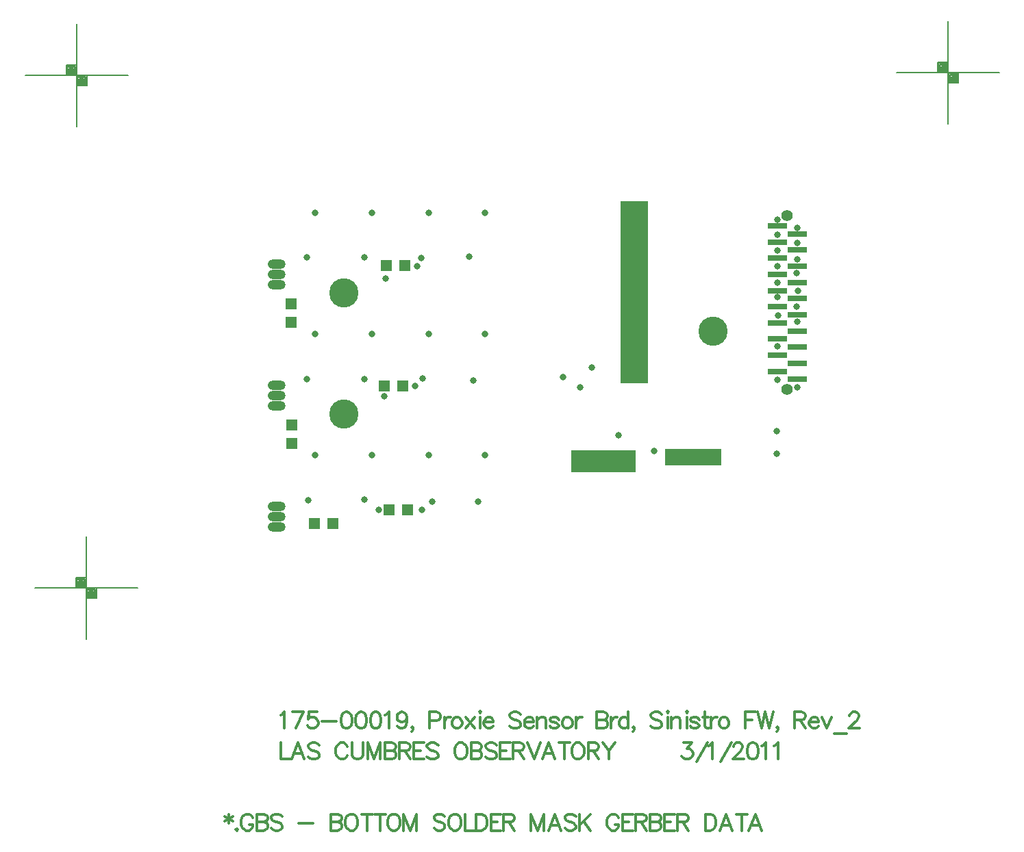
<source format=gbs>
%FSLAX23Y23*%
%MOIN*%
G70*
G01*
G75*
G04 Layer_Color=16711935*
%ADD10R,0.036X0.036*%
%ADD11R,0.048X0.078*%
%ADD12R,0.135X0.070*%
%ADD13C,0.010*%
%ADD14C,0.012*%
%ADD15C,0.008*%
%ADD16C,0.012*%
%ADD17C,0.012*%
%ADD18C,0.134*%
%ADD19C,0.047*%
%ADD20O,0.079X0.039*%
%ADD21O,0.079X0.039*%
%ADD22C,0.024*%
%ADD23C,0.040*%
%ADD24C,0.174*%
%ADD25C,0.087*%
%ADD26C,0.068*%
G04:AMPARAMS|DCode=27|XSize=87.559mil|YSize=87.559mil|CornerRadius=0mil|HoleSize=0mil|Usage=FLASHONLY|Rotation=0.000|XOffset=0mil|YOffset=0mil|HoleType=Round|Shape=Relief|Width=10mil|Gap=10mil|Entries=4|*
%AMTHD27*
7,0,0,0.088,0.068,0.010,45*
%
%ADD27THD27*%
G04:AMPARAMS|DCode=28|XSize=70mil|YSize=70mil|CornerRadius=0mil|HoleSize=0mil|Usage=FLASHONLY|Rotation=0.000|XOffset=0mil|YOffset=0mil|HoleType=Round|Shape=Relief|Width=10mil|Gap=10mil|Entries=4|*
%AMTHD28*
7,0,0,0.070,0.050,0.010,45*
%
%ADD28THD28*%
%ADD29C,0.050*%
%ADD30R,0.050X0.050*%
%ADD31R,0.050X0.050*%
%ADD32R,0.085X0.022*%
%ADD33C,0.025*%
%ADD34C,0.006*%
%ADD35C,0.007*%
%ADD36C,0.005*%
%ADD37R,0.122X0.163*%
%ADD38R,0.044X0.044*%
%ADD39R,0.056X0.086*%
%ADD40R,0.143X0.078*%
%ADD41C,0.142*%
%ADD42C,0.055*%
%ADD43O,0.087X0.047*%
%ADD44O,0.087X0.047*%
%ADD45C,0.032*%
%ADD46R,0.272X0.079*%
%ADD47R,0.136X0.889*%
%ADD48R,0.318X0.107*%
%ADD49R,0.058X0.058*%
%ADD50R,0.058X0.058*%
%ADD51R,0.093X0.030*%
D14*
X14708Y10102D02*
Y10056D01*
X14689Y10090D02*
X14727Y10067D01*
Y10090D02*
X14689Y10067D01*
X14747Y10029D02*
X14743Y10026D01*
X14747Y10022D01*
X14751Y10026D01*
X14747Y10029D01*
X14826Y10083D02*
X14822Y10090D01*
X14814Y10098D01*
X14807Y10102D01*
X14791D01*
X14784Y10098D01*
X14776Y10090D01*
X14772Y10083D01*
X14769Y10071D01*
Y10052D01*
X14772Y10041D01*
X14776Y10033D01*
X14784Y10026D01*
X14791Y10022D01*
X14807D01*
X14814Y10026D01*
X14822Y10033D01*
X14826Y10041D01*
Y10052D01*
X14807D02*
X14826D01*
X14844Y10102D02*
Y10022D01*
Y10102D02*
X14878D01*
X14890Y10098D01*
X14894Y10094D01*
X14897Y10086D01*
Y10079D01*
X14894Y10071D01*
X14890Y10067D01*
X14878Y10064D01*
X14844D02*
X14878D01*
X14890Y10060D01*
X14894Y10056D01*
X14897Y10048D01*
Y10037D01*
X14894Y10029D01*
X14890Y10026D01*
X14878Y10022D01*
X14844D01*
X14969Y10090D02*
X14961Y10098D01*
X14950Y10102D01*
X14934D01*
X14923Y10098D01*
X14915Y10090D01*
Y10083D01*
X14919Y10075D01*
X14923Y10071D01*
X14930Y10067D01*
X14953Y10060D01*
X14961Y10056D01*
X14965Y10052D01*
X14969Y10045D01*
Y10033D01*
X14961Y10026D01*
X14950Y10022D01*
X14934D01*
X14923Y10026D01*
X14915Y10033D01*
X15049Y10056D02*
X15118D01*
X15204Y10102D02*
Y10022D01*
Y10102D02*
X15239D01*
X15250Y10098D01*
X15254Y10094D01*
X15258Y10086D01*
Y10079D01*
X15254Y10071D01*
X15250Y10067D01*
X15239Y10064D01*
X15204D02*
X15239D01*
X15250Y10060D01*
X15254Y10056D01*
X15258Y10048D01*
Y10037D01*
X15254Y10029D01*
X15250Y10026D01*
X15239Y10022D01*
X15204D01*
X15298Y10102D02*
X15291Y10098D01*
X15283Y10090D01*
X15279Y10083D01*
X15276Y10071D01*
Y10052D01*
X15279Y10041D01*
X15283Y10033D01*
X15291Y10026D01*
X15298Y10022D01*
X15314D01*
X15321Y10026D01*
X15329Y10033D01*
X15333Y10041D01*
X15336Y10052D01*
Y10071D01*
X15333Y10083D01*
X15329Y10090D01*
X15321Y10098D01*
X15314Y10102D01*
X15298D01*
X15382D02*
Y10022D01*
X15355Y10102D02*
X15408D01*
X15445D02*
Y10022D01*
X15418Y10102D02*
X15471D01*
X15504D02*
X15496Y10098D01*
X15488Y10090D01*
X15485Y10083D01*
X15481Y10071D01*
Y10052D01*
X15485Y10041D01*
X15488Y10033D01*
X15496Y10026D01*
X15504Y10022D01*
X15519D01*
X15527Y10026D01*
X15534Y10033D01*
X15538Y10041D01*
X15542Y10052D01*
Y10071D01*
X15538Y10083D01*
X15534Y10090D01*
X15527Y10098D01*
X15519Y10102D01*
X15504D01*
X15560D02*
Y10022D01*
Y10102D02*
X15591Y10022D01*
X15621Y10102D02*
X15591Y10022D01*
X15621Y10102D02*
Y10022D01*
X15760Y10090D02*
X15753Y10098D01*
X15741Y10102D01*
X15726D01*
X15715Y10098D01*
X15707Y10090D01*
Y10083D01*
X15711Y10075D01*
X15715Y10071D01*
X15722Y10067D01*
X15745Y10060D01*
X15753Y10056D01*
X15757Y10052D01*
X15760Y10045D01*
Y10033D01*
X15753Y10026D01*
X15741Y10022D01*
X15726D01*
X15715Y10026D01*
X15707Y10033D01*
X15801Y10102D02*
X15794Y10098D01*
X15786Y10090D01*
X15782Y10083D01*
X15778Y10071D01*
Y10052D01*
X15782Y10041D01*
X15786Y10033D01*
X15794Y10026D01*
X15801Y10022D01*
X15816D01*
X15824Y10026D01*
X15832Y10033D01*
X15835Y10041D01*
X15839Y10052D01*
Y10071D01*
X15835Y10083D01*
X15832Y10090D01*
X15824Y10098D01*
X15816Y10102D01*
X15801D01*
X15858D02*
Y10022D01*
X15904D01*
X15912Y10102D02*
Y10022D01*
Y10102D02*
X15939D01*
X15950Y10098D01*
X15958Y10090D01*
X15962Y10083D01*
X15966Y10071D01*
Y10052D01*
X15962Y10041D01*
X15958Y10033D01*
X15950Y10026D01*
X15939Y10022D01*
X15912D01*
X16033Y10102D02*
X15984D01*
Y10022D01*
X16033D01*
X15984Y10064D02*
X16014D01*
X16046Y10102D02*
Y10022D01*
Y10102D02*
X16081D01*
X16092Y10098D01*
X16096Y10094D01*
X16100Y10086D01*
Y10079D01*
X16096Y10071D01*
X16092Y10067D01*
X16081Y10064D01*
X16046D01*
X16073D02*
X16100Y10022D01*
X16180Y10102D02*
Y10022D01*
Y10102D02*
X16211Y10022D01*
X16241Y10102D02*
X16211Y10022D01*
X16241Y10102D02*
Y10022D01*
X16325D02*
X16295Y10102D01*
X16264Y10022D01*
X16276Y10048D02*
X16314D01*
X16397Y10090D02*
X16390Y10098D01*
X16378Y10102D01*
X16363D01*
X16351Y10098D01*
X16344Y10090D01*
Y10083D01*
X16348Y10075D01*
X16351Y10071D01*
X16359Y10067D01*
X16382Y10060D01*
X16390Y10056D01*
X16393Y10052D01*
X16397Y10045D01*
Y10033D01*
X16390Y10026D01*
X16378Y10022D01*
X16363D01*
X16351Y10026D01*
X16344Y10033D01*
X16415Y10102D02*
Y10022D01*
X16468Y10102D02*
X16415Y10048D01*
X16434Y10067D02*
X16468Y10022D01*
X16606Y10083D02*
X16602Y10090D01*
X16595Y10098D01*
X16587Y10102D01*
X16572D01*
X16564Y10098D01*
X16557Y10090D01*
X16553Y10083D01*
X16549Y10071D01*
Y10052D01*
X16553Y10041D01*
X16557Y10033D01*
X16564Y10026D01*
X16572Y10022D01*
X16587D01*
X16595Y10026D01*
X16602Y10033D01*
X16606Y10041D01*
Y10052D01*
X16587D02*
X16606D01*
X16674Y10102D02*
X16625D01*
Y10022D01*
X16674D01*
X16625Y10064D02*
X16655D01*
X16687Y10102D02*
Y10022D01*
Y10102D02*
X16722D01*
X16733Y10098D01*
X16737Y10094D01*
X16741Y10086D01*
Y10079D01*
X16737Y10071D01*
X16733Y10067D01*
X16722Y10064D01*
X16687D01*
X16714D02*
X16741Y10022D01*
X16759Y10102D02*
Y10022D01*
Y10102D02*
X16793D01*
X16804Y10098D01*
X16808Y10094D01*
X16812Y10086D01*
Y10079D01*
X16808Y10071D01*
X16804Y10067D01*
X16793Y10064D01*
X16759D02*
X16793D01*
X16804Y10060D01*
X16808Y10056D01*
X16812Y10048D01*
Y10037D01*
X16808Y10029D01*
X16804Y10026D01*
X16793Y10022D01*
X16759D01*
X16879Y10102D02*
X16830D01*
Y10022D01*
X16879D01*
X16830Y10064D02*
X16860D01*
X16893Y10102D02*
Y10022D01*
Y10102D02*
X16927D01*
X16938Y10098D01*
X16942Y10094D01*
X16946Y10086D01*
Y10079D01*
X16942Y10071D01*
X16938Y10067D01*
X16927Y10064D01*
X16893D01*
X16919D02*
X16946Y10022D01*
X17027Y10102D02*
Y10022D01*
Y10102D02*
X17053D01*
X17065Y10098D01*
X17072Y10090D01*
X17076Y10083D01*
X17080Y10071D01*
Y10052D01*
X17076Y10041D01*
X17072Y10033D01*
X17065Y10026D01*
X17053Y10022D01*
X17027D01*
X17159D02*
X17128Y10102D01*
X17098Y10022D01*
X17109Y10048D02*
X17148D01*
X17204Y10102D02*
Y10022D01*
X17178Y10102D02*
X17231D01*
X17301Y10022D02*
X17271Y10102D01*
X17240Y10022D01*
X17252Y10048D02*
X17290D01*
D15*
X17958Y13715D02*
X18458D01*
X18208Y13465D02*
Y13965D01*
X18158Y13715D02*
Y13765D01*
X18208D01*
X18258Y13665D02*
Y13715D01*
X18208Y13665D02*
X18258D01*
X18213Y13710D02*
X18253D01*
Y13670D02*
Y13710D01*
X18213Y13670D02*
X18253D01*
X18213D02*
Y13710D01*
X18218Y13705D02*
X18248D01*
Y13675D02*
Y13705D01*
X18218Y13675D02*
X18248D01*
X18218D02*
Y13700D01*
X18223D02*
X18243D01*
Y13680D02*
Y13700D01*
X18223Y13680D02*
X18243D01*
X18223D02*
Y13695D01*
X18228D02*
X18238D01*
Y13685D02*
Y13695D01*
X18228Y13685D02*
X18238D01*
X18228D02*
Y13695D01*
Y13690D02*
X18238D01*
X18163Y13760D02*
X18203D01*
Y13720D02*
Y13760D01*
X18163Y13720D02*
X18203D01*
X18163D02*
Y13760D01*
X18168Y13755D02*
X18198D01*
Y13725D02*
Y13755D01*
X18168Y13725D02*
X18198D01*
X18168D02*
Y13750D01*
X18173D02*
X18193D01*
Y13730D02*
Y13750D01*
X18173Y13730D02*
X18193D01*
X18173D02*
Y13745D01*
X18178D02*
X18188D01*
Y13735D02*
Y13745D01*
X18178Y13735D02*
X18188D01*
X18178D02*
Y13745D01*
Y13740D02*
X18188D01*
X13765Y11203D02*
X14265D01*
X14015Y10953D02*
Y11453D01*
X13965Y11203D02*
Y11253D01*
X14015D01*
X14065Y11153D02*
Y11203D01*
X14015Y11153D02*
X14065D01*
X14020Y11198D02*
X14060D01*
Y11158D02*
Y11198D01*
X14020Y11158D02*
X14060D01*
X14020D02*
Y11198D01*
X14025Y11193D02*
X14055D01*
Y11163D02*
Y11193D01*
X14025Y11163D02*
X14055D01*
X14025D02*
Y11188D01*
X14030D02*
X14050D01*
Y11168D02*
Y11188D01*
X14030Y11168D02*
X14050D01*
X14030D02*
Y11183D01*
X14035D02*
X14045D01*
Y11173D02*
Y11183D01*
X14035Y11173D02*
X14045D01*
X14035D02*
Y11183D01*
Y11178D02*
X14045D01*
X13970Y11248D02*
X14010D01*
Y11208D02*
Y11248D01*
X13970Y11208D02*
X14010D01*
X13970D02*
Y11248D01*
X13975Y11243D02*
X14005D01*
Y11213D02*
Y11243D01*
X13975Y11213D02*
X14005D01*
X13975D02*
Y11238D01*
X13980D02*
X14000D01*
Y11218D02*
Y11238D01*
X13980Y11218D02*
X14000D01*
X13980D02*
Y11233D01*
X13985D02*
X13995D01*
Y11223D02*
Y11233D01*
X13985Y11223D02*
X13995D01*
X13985D02*
Y11233D01*
Y11228D02*
X13995D01*
X13718Y13699D02*
X14218D01*
X13968Y13449D02*
Y13949D01*
X13918Y13699D02*
Y13749D01*
X13968D01*
X14018Y13649D02*
Y13699D01*
X13968Y13649D02*
X14018D01*
X13973Y13694D02*
X14013D01*
Y13654D02*
Y13694D01*
X13973Y13654D02*
X14013D01*
X13973D02*
Y13694D01*
X13978Y13689D02*
X14008D01*
Y13659D02*
Y13689D01*
X13978Y13659D02*
X14008D01*
X13978D02*
Y13684D01*
X13983D02*
X14003D01*
Y13664D02*
Y13684D01*
X13983Y13664D02*
X14003D01*
X13983D02*
Y13679D01*
X13988D02*
X13998D01*
Y13669D02*
Y13679D01*
X13988Y13669D02*
X13998D01*
X13988D02*
Y13679D01*
Y13674D02*
X13998D01*
X13923Y13744D02*
X13963D01*
Y13704D02*
Y13744D01*
X13923Y13704D02*
X13963D01*
X13923D02*
Y13744D01*
X13928Y13739D02*
X13958D01*
Y13709D02*
Y13739D01*
X13928Y13709D02*
X13958D01*
X13928D02*
Y13734D01*
X13933D02*
X13953D01*
Y13714D02*
Y13734D01*
X13933Y13714D02*
X13953D01*
X13933D02*
Y13729D01*
X13938D02*
X13948D01*
Y13719D02*
Y13729D01*
X13938Y13719D02*
X13948D01*
X13938D02*
Y13729D01*
Y13724D02*
X13948D01*
D16*
X14961Y10584D02*
X14969Y10588D01*
X14980Y10599D01*
Y10519D01*
X15073Y10599D02*
X15035Y10519D01*
X15020Y10599D02*
X15073D01*
X15137D02*
X15099D01*
X15095Y10565D01*
X15099Y10569D01*
X15110Y10573D01*
X15121D01*
X15133Y10569D01*
X15140Y10561D01*
X15144Y10550D01*
Y10542D01*
X15140Y10531D01*
X15133Y10523D01*
X15121Y10519D01*
X15110D01*
X15099Y10523D01*
X15095Y10527D01*
X15091Y10535D01*
X15162Y10554D02*
X15231D01*
X15277Y10599D02*
X15266Y10595D01*
X15258Y10584D01*
X15254Y10565D01*
Y10554D01*
X15258Y10535D01*
X15266Y10523D01*
X15277Y10519D01*
X15285D01*
X15296Y10523D01*
X15304Y10535D01*
X15308Y10554D01*
Y10565D01*
X15304Y10584D01*
X15296Y10595D01*
X15285Y10599D01*
X15277D01*
X15348D02*
X15337Y10595D01*
X15329Y10584D01*
X15326Y10565D01*
Y10554D01*
X15329Y10535D01*
X15337Y10523D01*
X15348Y10519D01*
X15356D01*
X15367Y10523D01*
X15375Y10535D01*
X15379Y10554D01*
Y10565D01*
X15375Y10584D01*
X15367Y10595D01*
X15356Y10599D01*
X15348D01*
X15420D02*
X15408Y10595D01*
X15401Y10584D01*
X15397Y10565D01*
Y10554D01*
X15401Y10535D01*
X15408Y10523D01*
X15420Y10519D01*
X15427D01*
X15439Y10523D01*
X15446Y10535D01*
X15450Y10554D01*
Y10565D01*
X15446Y10584D01*
X15439Y10595D01*
X15427Y10599D01*
X15420D01*
X15468Y10584D02*
X15476Y10588D01*
X15487Y10599D01*
Y10519D01*
X15576Y10573D02*
X15572Y10561D01*
X15565Y10554D01*
X15553Y10550D01*
X15549D01*
X15538Y10554D01*
X15530Y10561D01*
X15527Y10573D01*
Y10576D01*
X15530Y10588D01*
X15538Y10595D01*
X15549Y10599D01*
X15553D01*
X15565Y10595D01*
X15572Y10588D01*
X15576Y10573D01*
Y10554D01*
X15572Y10535D01*
X15565Y10523D01*
X15553Y10519D01*
X15546D01*
X15534Y10523D01*
X15530Y10531D01*
X15605Y10523D02*
X15602Y10519D01*
X15598Y10523D01*
X15602Y10527D01*
X15605Y10523D01*
Y10515D01*
X15602Y10508D01*
X15598Y10504D01*
X15686Y10557D02*
X15720D01*
X15732Y10561D01*
X15735Y10565D01*
X15739Y10573D01*
Y10584D01*
X15735Y10592D01*
X15732Y10595D01*
X15720Y10599D01*
X15686D01*
Y10519D01*
X15757Y10573D02*
Y10519D01*
Y10550D02*
X15761Y10561D01*
X15768Y10569D01*
X15776Y10573D01*
X15788D01*
X15814D02*
X15806Y10569D01*
X15799Y10561D01*
X15795Y10550D01*
Y10542D01*
X15799Y10531D01*
X15806Y10523D01*
X15814Y10519D01*
X15825D01*
X15833Y10523D01*
X15840Y10531D01*
X15844Y10542D01*
Y10550D01*
X15840Y10561D01*
X15833Y10569D01*
X15825Y10573D01*
X15814D01*
X15862D02*
X15904Y10519D01*
Y10573D02*
X15862Y10519D01*
X15928Y10599D02*
X15932Y10595D01*
X15936Y10599D01*
X15932Y10603D01*
X15928Y10599D01*
X15932Y10573D02*
Y10519D01*
X15950Y10550D02*
X15995D01*
Y10557D01*
X15992Y10565D01*
X15988Y10569D01*
X15980Y10573D01*
X15969D01*
X15961Y10569D01*
X15954Y10561D01*
X15950Y10550D01*
Y10542D01*
X15954Y10531D01*
X15961Y10523D01*
X15969Y10519D01*
X15980D01*
X15988Y10523D01*
X15995Y10531D01*
X16129Y10588D02*
X16121Y10595D01*
X16110Y10599D01*
X16095D01*
X16083Y10595D01*
X16075Y10588D01*
Y10580D01*
X16079Y10573D01*
X16083Y10569D01*
X16091Y10565D01*
X16114Y10557D01*
X16121Y10554D01*
X16125Y10550D01*
X16129Y10542D01*
Y10531D01*
X16121Y10523D01*
X16110Y10519D01*
X16095D01*
X16083Y10523D01*
X16075Y10531D01*
X16147Y10550D02*
X16192D01*
Y10557D01*
X16189Y10565D01*
X16185Y10569D01*
X16177Y10573D01*
X16166D01*
X16158Y10569D01*
X16150Y10561D01*
X16147Y10550D01*
Y10542D01*
X16150Y10531D01*
X16158Y10523D01*
X16166Y10519D01*
X16177D01*
X16185Y10523D01*
X16192Y10531D01*
X16210Y10573D02*
Y10519D01*
Y10557D02*
X16221Y10569D01*
X16229Y10573D01*
X16240D01*
X16248Y10569D01*
X16251Y10557D01*
Y10519D01*
X16314Y10561D02*
X16310Y10569D01*
X16299Y10573D01*
X16288D01*
X16276Y10569D01*
X16272Y10561D01*
X16276Y10554D01*
X16284Y10550D01*
X16303Y10546D01*
X16310Y10542D01*
X16314Y10535D01*
Y10531D01*
X16310Y10523D01*
X16299Y10519D01*
X16288D01*
X16276Y10523D01*
X16272Y10531D01*
X16350Y10573D02*
X16342Y10569D01*
X16335Y10561D01*
X16331Y10550D01*
Y10542D01*
X16335Y10531D01*
X16342Y10523D01*
X16350Y10519D01*
X16361D01*
X16369Y10523D01*
X16377Y10531D01*
X16381Y10542D01*
Y10550D01*
X16377Y10561D01*
X16369Y10569D01*
X16361Y10573D01*
X16350D01*
X16398D02*
Y10519D01*
Y10550D02*
X16402Y10561D01*
X16409Y10569D01*
X16417Y10573D01*
X16429D01*
X16499Y10599D02*
Y10519D01*
Y10599D02*
X16533D01*
X16544Y10595D01*
X16548Y10592D01*
X16552Y10584D01*
Y10576D01*
X16548Y10569D01*
X16544Y10565D01*
X16533Y10561D01*
X16499D02*
X16533D01*
X16544Y10557D01*
X16548Y10554D01*
X16552Y10546D01*
Y10535D01*
X16548Y10527D01*
X16544Y10523D01*
X16533Y10519D01*
X16499D01*
X16570Y10573D02*
Y10519D01*
Y10550D02*
X16574Y10561D01*
X16581Y10569D01*
X16589Y10573D01*
X16600D01*
X16653Y10599D02*
Y10519D01*
Y10561D02*
X16646Y10569D01*
X16638Y10573D01*
X16627D01*
X16619Y10569D01*
X16611Y10561D01*
X16608Y10550D01*
Y10542D01*
X16611Y10531D01*
X16619Y10523D01*
X16627Y10519D01*
X16638D01*
X16646Y10523D01*
X16653Y10531D01*
X16682Y10523D02*
X16678Y10519D01*
X16675Y10523D01*
X16678Y10527D01*
X16682Y10523D01*
Y10515D01*
X16678Y10508D01*
X16675Y10504D01*
X16816Y10588D02*
X16808Y10595D01*
X16797Y10599D01*
X16782D01*
X16770Y10595D01*
X16763Y10588D01*
Y10580D01*
X16766Y10573D01*
X16770Y10569D01*
X16778Y10565D01*
X16801Y10557D01*
X16808Y10554D01*
X16812Y10550D01*
X16816Y10542D01*
Y10531D01*
X16808Y10523D01*
X16797Y10519D01*
X16782D01*
X16770Y10523D01*
X16763Y10531D01*
X16841Y10599D02*
X16845Y10595D01*
X16849Y10599D01*
X16845Y10603D01*
X16841Y10599D01*
X16845Y10573D02*
Y10519D01*
X16863Y10573D02*
Y10519D01*
Y10557D02*
X16875Y10569D01*
X16882Y10573D01*
X16894D01*
X16901Y10569D01*
X16905Y10557D01*
Y10519D01*
X16934Y10599D02*
X16937Y10595D01*
X16941Y10599D01*
X16937Y10603D01*
X16934Y10599D01*
X16937Y10573D02*
Y10519D01*
X16997Y10561D02*
X16993Y10569D01*
X16982Y10573D01*
X16971D01*
X16959Y10569D01*
X16955Y10561D01*
X16959Y10554D01*
X16967Y10550D01*
X16986Y10546D01*
X16993Y10542D01*
X16997Y10535D01*
Y10531D01*
X16993Y10523D01*
X16982Y10519D01*
X16971D01*
X16959Y10523D01*
X16955Y10531D01*
X17025Y10599D02*
Y10535D01*
X17029Y10523D01*
X17037Y10519D01*
X17044D01*
X17014Y10573D02*
X17041D01*
X17056D02*
Y10519D01*
Y10550D02*
X17060Y10561D01*
X17067Y10569D01*
X17075Y10573D01*
X17086D01*
X17113D02*
X17105Y10569D01*
X17097Y10561D01*
X17094Y10550D01*
Y10542D01*
X17097Y10531D01*
X17105Y10523D01*
X17113Y10519D01*
X17124D01*
X17132Y10523D01*
X17139Y10531D01*
X17143Y10542D01*
Y10550D01*
X17139Y10561D01*
X17132Y10569D01*
X17124Y10573D01*
X17113D01*
X17223Y10599D02*
Y10519D01*
Y10599D02*
X17273D01*
X17223Y10561D02*
X17254D01*
X17282Y10599D02*
X17301Y10519D01*
X17320Y10599D02*
X17301Y10519D01*
X17320Y10599D02*
X17339Y10519D01*
X17358Y10599D02*
X17339Y10519D01*
X17382Y10523D02*
X17378Y10519D01*
X17374Y10523D01*
X17378Y10527D01*
X17382Y10523D01*
Y10515D01*
X17378Y10508D01*
X17374Y10504D01*
X17462Y10599D02*
Y10519D01*
Y10599D02*
X17496D01*
X17508Y10595D01*
X17512Y10592D01*
X17516Y10584D01*
Y10576D01*
X17512Y10569D01*
X17508Y10565D01*
X17496Y10561D01*
X17462D01*
X17489D02*
X17516Y10519D01*
X17533Y10550D02*
X17579D01*
Y10557D01*
X17575Y10565D01*
X17572Y10569D01*
X17564Y10573D01*
X17552D01*
X17545Y10569D01*
X17537Y10561D01*
X17533Y10550D01*
Y10542D01*
X17537Y10531D01*
X17545Y10523D01*
X17552Y10519D01*
X17564D01*
X17572Y10523D01*
X17579Y10531D01*
X17596Y10573D02*
X17619Y10519D01*
X17642Y10573D02*
X17619Y10519D01*
X17655Y10493D02*
X17716D01*
X17730Y10580D02*
Y10584D01*
X17734Y10592D01*
X17738Y10595D01*
X17745Y10599D01*
X17760D01*
X17768Y10595D01*
X17772Y10592D01*
X17776Y10584D01*
Y10576D01*
X17772Y10569D01*
X17764Y10557D01*
X17726Y10519D01*
X17779D01*
D17*
X14961Y10449D02*
Y10369D01*
X15007D01*
X15076D02*
X15046Y10449D01*
X15015Y10369D01*
X15027Y10396D02*
X15065D01*
X15148Y10438D02*
X15141Y10445D01*
X15129Y10449D01*
X15114D01*
X15103Y10445D01*
X15095Y10438D01*
Y10430D01*
X15099Y10423D01*
X15103Y10419D01*
X15110Y10415D01*
X15133Y10407D01*
X15141Y10404D01*
X15145Y10400D01*
X15148Y10392D01*
Y10381D01*
X15141Y10373D01*
X15129Y10369D01*
X15114D01*
X15103Y10373D01*
X15095Y10381D01*
X15286Y10430D02*
X15282Y10438D01*
X15275Y10445D01*
X15267Y10449D01*
X15252D01*
X15244Y10445D01*
X15237Y10438D01*
X15233Y10430D01*
X15229Y10419D01*
Y10400D01*
X15233Y10388D01*
X15237Y10381D01*
X15244Y10373D01*
X15252Y10369D01*
X15267D01*
X15275Y10373D01*
X15282Y10381D01*
X15286Y10388D01*
X15309Y10449D02*
Y10392D01*
X15313Y10381D01*
X15320Y10373D01*
X15332Y10369D01*
X15339D01*
X15351Y10373D01*
X15358Y10381D01*
X15362Y10392D01*
Y10449D01*
X15384D02*
Y10369D01*
Y10449D02*
X15415Y10369D01*
X15445Y10449D02*
X15415Y10369D01*
X15445Y10449D02*
Y10369D01*
X15468Y10449D02*
Y10369D01*
Y10449D02*
X15502D01*
X15514Y10445D01*
X15517Y10442D01*
X15521Y10434D01*
Y10426D01*
X15517Y10419D01*
X15514Y10415D01*
X15502Y10411D01*
X15468D02*
X15502D01*
X15514Y10407D01*
X15517Y10404D01*
X15521Y10396D01*
Y10385D01*
X15517Y10377D01*
X15514Y10373D01*
X15502Y10369D01*
X15468D01*
X15539Y10449D02*
Y10369D01*
Y10449D02*
X15573D01*
X15585Y10445D01*
X15589Y10442D01*
X15593Y10434D01*
Y10426D01*
X15589Y10419D01*
X15585Y10415D01*
X15573Y10411D01*
X15539D01*
X15566D02*
X15593Y10369D01*
X15660Y10449D02*
X15610D01*
Y10369D01*
X15660D01*
X15610Y10411D02*
X15641D01*
X15727Y10438D02*
X15719Y10445D01*
X15708Y10449D01*
X15692D01*
X15681Y10445D01*
X15673Y10438D01*
Y10430D01*
X15677Y10423D01*
X15681Y10419D01*
X15688Y10415D01*
X15711Y10407D01*
X15719Y10404D01*
X15723Y10400D01*
X15727Y10392D01*
Y10381D01*
X15719Y10373D01*
X15708Y10369D01*
X15692D01*
X15681Y10373D01*
X15673Y10381D01*
X15830Y10449D02*
X15823Y10445D01*
X15815Y10438D01*
X15811Y10430D01*
X15807Y10419D01*
Y10400D01*
X15811Y10388D01*
X15815Y10381D01*
X15823Y10373D01*
X15830Y10369D01*
X15845D01*
X15853Y10373D01*
X15861Y10381D01*
X15864Y10388D01*
X15868Y10400D01*
Y10419D01*
X15864Y10430D01*
X15861Y10438D01*
X15853Y10445D01*
X15845Y10449D01*
X15830D01*
X15887D02*
Y10369D01*
Y10449D02*
X15921D01*
X15933Y10445D01*
X15936Y10442D01*
X15940Y10434D01*
Y10426D01*
X15936Y10419D01*
X15933Y10415D01*
X15921Y10411D01*
X15887D02*
X15921D01*
X15933Y10407D01*
X15936Y10404D01*
X15940Y10396D01*
Y10385D01*
X15936Y10377D01*
X15933Y10373D01*
X15921Y10369D01*
X15887D01*
X16011Y10438D02*
X16004Y10445D01*
X15992Y10449D01*
X15977D01*
X15966Y10445D01*
X15958Y10438D01*
Y10430D01*
X15962Y10423D01*
X15966Y10419D01*
X15973Y10415D01*
X15996Y10407D01*
X16004Y10404D01*
X16008Y10400D01*
X16011Y10392D01*
Y10381D01*
X16004Y10373D01*
X15992Y10369D01*
X15977D01*
X15966Y10373D01*
X15958Y10381D01*
X16079Y10449D02*
X16029D01*
Y10369D01*
X16079D01*
X16029Y10411D02*
X16060D01*
X16092Y10449D02*
Y10369D01*
Y10449D02*
X16126D01*
X16138Y10445D01*
X16142Y10442D01*
X16146Y10434D01*
Y10426D01*
X16142Y10419D01*
X16138Y10415D01*
X16126Y10411D01*
X16092D01*
X16119D02*
X16146Y10369D01*
X16163Y10449D02*
X16194Y10369D01*
X16224Y10449D02*
X16194Y10369D01*
X16296D02*
X16265Y10449D01*
X16235Y10369D01*
X16246Y10396D02*
X16284D01*
X16341Y10449D02*
Y10369D01*
X16314Y10449D02*
X16368D01*
X16400D02*
X16392Y10445D01*
X16385Y10438D01*
X16381Y10430D01*
X16377Y10419D01*
Y10400D01*
X16381Y10388D01*
X16385Y10381D01*
X16392Y10373D01*
X16400Y10369D01*
X16415D01*
X16423Y10373D01*
X16430Y10381D01*
X16434Y10388D01*
X16438Y10400D01*
Y10419D01*
X16434Y10430D01*
X16430Y10438D01*
X16423Y10445D01*
X16415Y10449D01*
X16400D01*
X16457D02*
Y10369D01*
Y10449D02*
X16491D01*
X16502Y10445D01*
X16506Y10442D01*
X16510Y10434D01*
Y10426D01*
X16506Y10419D01*
X16502Y10415D01*
X16491Y10411D01*
X16457D01*
X16483D02*
X16510Y10369D01*
X16528Y10449D02*
X16558Y10411D01*
Y10369D01*
X16589Y10449D02*
X16558Y10411D01*
X16921Y10449D02*
X16963D01*
X16940Y10419D01*
X16951D01*
X16959Y10415D01*
X16963Y10411D01*
X16967Y10400D01*
Y10392D01*
X16963Y10381D01*
X16955Y10373D01*
X16944Y10369D01*
X16932D01*
X16921Y10373D01*
X16917Y10377D01*
X16913Y10385D01*
X16985Y10358D02*
X17038Y10449D01*
X17043Y10434D02*
X17051Y10438D01*
X17062Y10449D01*
Y10369D01*
X17102Y10358D02*
X17155Y10449D01*
X17164Y10430D02*
Y10434D01*
X17168Y10442D01*
X17172Y10445D01*
X17180Y10449D01*
X17195D01*
X17202Y10445D01*
X17206Y10442D01*
X17210Y10434D01*
Y10426D01*
X17206Y10419D01*
X17199Y10407D01*
X17161Y10369D01*
X17214D01*
X17255Y10449D02*
X17243Y10445D01*
X17236Y10434D01*
X17232Y10415D01*
Y10404D01*
X17236Y10385D01*
X17243Y10373D01*
X17255Y10369D01*
X17262D01*
X17274Y10373D01*
X17281Y10385D01*
X17285Y10404D01*
Y10415D01*
X17281Y10434D01*
X17274Y10445D01*
X17262Y10449D01*
X17255D01*
X17303Y10434D02*
X17311Y10438D01*
X17322Y10449D01*
Y10369D01*
X17362Y10434D02*
X17369Y10438D01*
X17381Y10449D01*
Y10369D01*
D41*
X17066Y12455D02*
D03*
X15269Y12051D02*
D03*
Y12641D02*
D03*
D42*
X17426Y12169D02*
D03*
Y13017D02*
D03*
D43*
X14942Y11500D02*
D03*
Y11550D02*
D03*
X14942Y12090D02*
D03*
Y12140D02*
D03*
Y12681D02*
D03*
Y12731D02*
D03*
D44*
X14942Y11600D02*
D03*
X14942Y12190D02*
D03*
Y12781D02*
D03*
D45*
X15653Y12223D02*
D03*
X15877Y12818D02*
D03*
X15645Y12810D02*
D03*
X15370Y12814D02*
D03*
X15090D02*
D03*
Y12219D02*
D03*
X15370D02*
D03*
X15897Y12215D02*
D03*
X15921Y11625D02*
D03*
X15700D02*
D03*
X15094Y11629D02*
D03*
X15472Y12711D02*
D03*
X15625Y12770D02*
D03*
X15464Y12136D02*
D03*
X15614Y12188D02*
D03*
X15440Y11585D02*
D03*
X15649D02*
D03*
X15956Y13030D02*
D03*
X17378Y12997D02*
D03*
X16417Y12180D02*
D03*
X16334Y12231D02*
D03*
X16476Y12278D02*
D03*
X15956Y11849D02*
D03*
X15681D02*
D03*
X15370Y11633D02*
D03*
X15405Y11849D02*
D03*
X15129D02*
D03*
Y12440D02*
D03*
X15405D02*
D03*
X15681D02*
D03*
X15956D02*
D03*
X15681Y13030D02*
D03*
X15405D02*
D03*
X15129D02*
D03*
X17376Y11968D02*
D03*
Y11858D02*
D03*
X17474Y12182D02*
D03*
X17378Y12218D02*
D03*
X17474Y12956D02*
D03*
X17377Y12924D02*
D03*
X17475Y12884D02*
D03*
X17380Y12848D02*
D03*
X17474Y12805D02*
D03*
X17378Y12772D02*
D03*
X17473Y12738D02*
D03*
X17378Y12691D02*
D03*
X17477Y12650D02*
D03*
X17377Y12619D02*
D03*
X17472Y12574D02*
D03*
X17381Y12532D02*
D03*
X17474Y12499D02*
D03*
X17380Y12380D02*
D03*
X16778Y11872D02*
D03*
X16604Y11946D02*
D03*
D46*
X16968Y11842D02*
D03*
D47*
X16682Y12644D02*
D03*
D48*
X16532Y11820D02*
D03*
D49*
X15564Y12774D02*
D03*
X15474D02*
D03*
X15556Y12188D02*
D03*
X15466D02*
D03*
X15580Y11585D02*
D03*
X15490D02*
D03*
X15124Y11518D02*
D03*
X15214D02*
D03*
D50*
X15011Y12587D02*
D03*
Y12497D02*
D03*
X15015Y11996D02*
D03*
Y11906D02*
D03*
D51*
X17474Y12219D02*
D03*
X17378Y12258D02*
D03*
X17474Y12298D02*
D03*
X17378Y12337D02*
D03*
X17474Y12376D02*
D03*
X17378Y12416D02*
D03*
X17474Y12455D02*
D03*
X17378Y12495D02*
D03*
X17474Y12534D02*
D03*
X17378Y12573D02*
D03*
X17474Y12613D02*
D03*
X17378Y12652D02*
D03*
X17474Y12691D02*
D03*
X17378Y12731D02*
D03*
X17474Y12770D02*
D03*
X17378Y12810D02*
D03*
X17474Y12849D02*
D03*
X17378Y12888D02*
D03*
X17474Y12928D02*
D03*
X17378Y12967D02*
D03*
M02*

</source>
